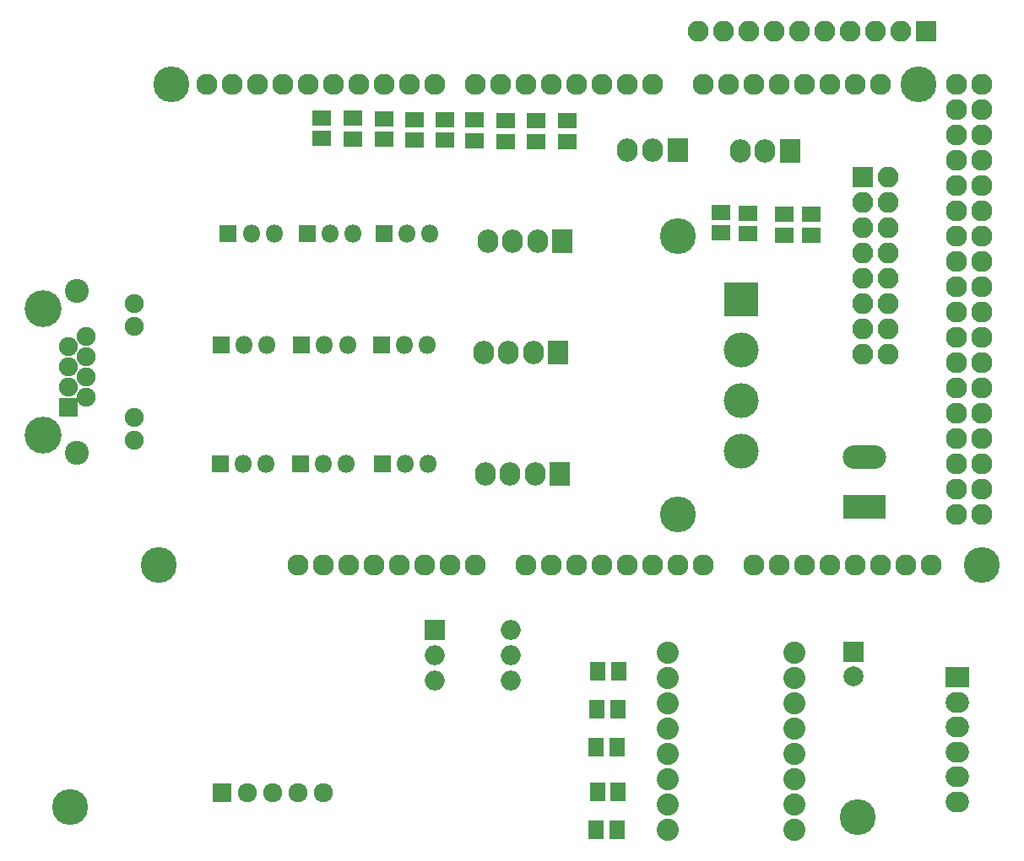
<source format=gts>
G04 #@! TF.GenerationSoftware,KiCad,Pcbnew,(5.0.0-rc2-dev-352-g017154715)*
G04 #@! TF.CreationDate,2018-06-03T23:58:02-04:00*
G04 #@! TF.ProjectId,DayClock Circuit,446179436C6F636B2043697263756974,rev?*
G04 #@! TF.SameCoordinates,Original*
G04 #@! TF.FileFunction,Soldermask,Top*
G04 #@! TF.FilePolarity,Negative*
%FSLAX46Y46*%
G04 Gerber Fmt 4.6, Leading zero omitted, Abs format (unit mm)*
G04 Created by KiCad (PCBNEW (5.0.0-rc2-dev-352-g017154715)) date 06/03/18 23:58:02*
%MOMM*%
%LPD*%
G01*
G04 APERTURE LIST*
%ADD10O,2.127200X2.127200*%
%ADD11C,3.600000*%
%ADD12C,2.400000*%
%ADD13C,1.900000*%
%ADD14R,1.900000X1.900000*%
%ADD15C,3.700000*%
%ADD16R,1.900000X1.545000*%
%ADD17R,2.100000X2.350000*%
%ADD18O,2.100000X2.350000*%
%ADD19C,2.000000*%
%ADD20R,2.000000X2.000000*%
%ADD21R,3.500000X3.500000*%
%ADD22C,3.500000*%
%ADD23O,2.100000X2.100000*%
%ADD24R,2.100000X2.100000*%
%ADD25O,4.360000X2.380000*%
%ADD26R,4.360000X2.380000*%
%ADD27O,2.350000X2.100000*%
%ADD28R,2.350000X2.100000*%
%ADD29R,1.800000X1.800000*%
%ADD30O,1.800000X1.800000*%
%ADD31R,1.545000X1.900000*%
%ADD32O,2.000000X2.000000*%
%ADD33C,2.220000*%
%ADD34C,1.924000*%
%ADD35R,1.924000X1.924000*%
G04 APERTURE END LIST*
D10*
X111504000Y-65680000D03*
X108964000Y-65680000D03*
X111504000Y-63140000D03*
X108964000Y-63140000D03*
X111504000Y-60600000D03*
X108964000Y-60600000D03*
X111504000Y-58060000D03*
X108964000Y-58060000D03*
X111504000Y-55520000D03*
X108964000Y-55520000D03*
X111504000Y-52980000D03*
X108964000Y-52980000D03*
X111504000Y-50440000D03*
X108964000Y-50440000D03*
X111504000Y-47900000D03*
X108964000Y-47900000D03*
X111504000Y-45360000D03*
X108964000Y-45360000D03*
X111504000Y-42820000D03*
X108964000Y-42820000D03*
X111504000Y-40280000D03*
X108964000Y-40280000D03*
X111504000Y-37740000D03*
X108964000Y-37740000D03*
X111504000Y-35200000D03*
X108964000Y-35200000D03*
X111504000Y-32660000D03*
X108964000Y-32660000D03*
X111504000Y-30120000D03*
X108964000Y-30120000D03*
X111504000Y-27580000D03*
X108964000Y-27580000D03*
X111504000Y-25040000D03*
X108964000Y-25040000D03*
X111504000Y-22500000D03*
X108964000Y-22500000D03*
X106424000Y-70760000D03*
X103884000Y-70760000D03*
X101344000Y-70760000D03*
X98804000Y-70760000D03*
X96264000Y-70760000D03*
X93724000Y-70760000D03*
X91184000Y-70760000D03*
X88644000Y-70760000D03*
X83564000Y-70760000D03*
X81024000Y-70760000D03*
X78484000Y-70760000D03*
X75944000Y-70760000D03*
X73404000Y-70760000D03*
X70864000Y-70760000D03*
X68324000Y-70760000D03*
X42924000Y-70760000D03*
X49020000Y-22500000D03*
X46480000Y-22500000D03*
X43940000Y-22500000D03*
X38860000Y-22500000D03*
X36320000Y-22500000D03*
X33780000Y-22500000D03*
D11*
X28954000Y-70760000D03*
X111504000Y-70760000D03*
X30224000Y-22500000D03*
X105154000Y-22500000D03*
X81024000Y-37740000D03*
X81024000Y-65680000D03*
D10*
X51560000Y-22500000D03*
X54100000Y-22500000D03*
X56640000Y-22500000D03*
X41400000Y-22500000D03*
X60704000Y-22500000D03*
X63244000Y-22500000D03*
X65784000Y-22500000D03*
X68324000Y-22500000D03*
X70864000Y-22500000D03*
X73404000Y-22500000D03*
X75944000Y-22500000D03*
X78484000Y-22500000D03*
X83564000Y-22500000D03*
X86104000Y-22500000D03*
X88644000Y-22500000D03*
X91184000Y-22500000D03*
X93724000Y-22500000D03*
X96264000Y-22500000D03*
X98804000Y-22500000D03*
X101344000Y-22500000D03*
X45464000Y-70760000D03*
X48004000Y-70760000D03*
X50544000Y-70760000D03*
X53084000Y-70760000D03*
X55624000Y-70760000D03*
X58164000Y-70760000D03*
X60704000Y-70760000D03*
X65784000Y-70760000D03*
D12*
X20730000Y-43230000D03*
D13*
X26440000Y-58210000D03*
X26440000Y-55930000D03*
X26440000Y-46780000D03*
X26440000Y-44500000D03*
X21620000Y-47800000D03*
X21620000Y-49830000D03*
X21620000Y-51860000D03*
X21620000Y-53890000D03*
X19840000Y-50850000D03*
X19840000Y-52880000D03*
X19840000Y-48810000D03*
D14*
X19840000Y-54910000D03*
D15*
X17300000Y-57700000D03*
X17300000Y-45000000D03*
D12*
X20730000Y-59480000D03*
D16*
X45300000Y-25815000D03*
X45300000Y-27900000D03*
X48400000Y-25857500D03*
X48400000Y-27942500D03*
X57600000Y-26000000D03*
X57600000Y-28085000D03*
X60600000Y-28100000D03*
X60600000Y-26015000D03*
D17*
X92250000Y-29150000D03*
D18*
X89750000Y-29150000D03*
X87250000Y-29150000D03*
D19*
X98600000Y-81900000D03*
D20*
X98600000Y-79400000D03*
D21*
X87300000Y-44020000D03*
D22*
X87300000Y-49100000D03*
X87300000Y-54180000D03*
X87300000Y-59260000D03*
D23*
X102040000Y-49580000D03*
X99500000Y-49580000D03*
X102040000Y-47040000D03*
X99500000Y-47040000D03*
X102040000Y-44500000D03*
X99500000Y-44500000D03*
X102040000Y-41960000D03*
X99500000Y-41960000D03*
X102040000Y-39420000D03*
X99500000Y-39420000D03*
X102040000Y-36880000D03*
X99500000Y-36880000D03*
X102040000Y-34340000D03*
X99500000Y-34340000D03*
X102040000Y-31800000D03*
D24*
X99500000Y-31800000D03*
D25*
X99700000Y-59900000D03*
D26*
X99700000Y-64900000D03*
D18*
X75950000Y-29050000D03*
X78450000Y-29050000D03*
D17*
X80950000Y-29050000D03*
D27*
X109000000Y-94500000D03*
X109000000Y-92000000D03*
X109000000Y-89500000D03*
X109000000Y-87000000D03*
X109000000Y-84500000D03*
D28*
X109000000Y-82000000D03*
D18*
X61900000Y-38250000D03*
X64400000Y-38250000D03*
X66900000Y-38250000D03*
D17*
X69400000Y-38250000D03*
X69000000Y-49400000D03*
D18*
X66500000Y-49400000D03*
X64000000Y-49400000D03*
X61500000Y-49400000D03*
X61650000Y-61600000D03*
X64150000Y-61600000D03*
X66650000Y-61600000D03*
D17*
X69150000Y-61600000D03*
D29*
X35900000Y-37450000D03*
D30*
X38200000Y-37450000D03*
X40500000Y-37450000D03*
X48400000Y-37450000D03*
X46100000Y-37450000D03*
D29*
X43800000Y-37450000D03*
D30*
X56100000Y-37450000D03*
X53800000Y-37450000D03*
D29*
X51500000Y-37450000D03*
X35200000Y-48600000D03*
D30*
X37500000Y-48600000D03*
X39800000Y-48600000D03*
X47850000Y-48600000D03*
X45550000Y-48600000D03*
D29*
X43250000Y-48600000D03*
X51250000Y-48600000D03*
D30*
X53550000Y-48600000D03*
X55850000Y-48600000D03*
X39700000Y-60550000D03*
X37400000Y-60550000D03*
D29*
X35100000Y-60550000D03*
X43150000Y-60550000D03*
D30*
X45450000Y-60550000D03*
X47750000Y-60550000D03*
X55950000Y-60550000D03*
X53650000Y-60550000D03*
D29*
X51350000Y-60550000D03*
D16*
X63700000Y-26100000D03*
X63700000Y-28185000D03*
X66800000Y-28200000D03*
X66800000Y-26115000D03*
X69900000Y-28200000D03*
X69900000Y-26115000D03*
X54600000Y-26000000D03*
X54600000Y-28085000D03*
X91700000Y-35500000D03*
X91700000Y-37585000D03*
X94350000Y-35500000D03*
X94350000Y-37585000D03*
X85300000Y-35300000D03*
X85300000Y-37385000D03*
X88000000Y-35400000D03*
X88000000Y-37485000D03*
D31*
X75000000Y-93500000D03*
X72915000Y-93500000D03*
X74900000Y-97300000D03*
X72815000Y-97300000D03*
X72957500Y-81400000D03*
X75042500Y-81400000D03*
X72857500Y-85200000D03*
X74942500Y-85200000D03*
X72815000Y-89000000D03*
X74900000Y-89000000D03*
D32*
X64220000Y-77200000D03*
X56600000Y-82280000D03*
X64220000Y-79740000D03*
X56600000Y-79740000D03*
X64220000Y-82280000D03*
D20*
X56600000Y-77200000D03*
D33*
X92680000Y-79490000D03*
X92680000Y-82030000D03*
X92680000Y-84570000D03*
X92680000Y-87110000D03*
X92680000Y-89650000D03*
X92680000Y-92190000D03*
X92680000Y-94730000D03*
X92680000Y-97270000D03*
X79980000Y-97270000D03*
X79980000Y-94730000D03*
X79980000Y-92190000D03*
X79980000Y-89650000D03*
X79980000Y-87110000D03*
X79980000Y-84570000D03*
X79980000Y-82030000D03*
X79980000Y-79490000D03*
D16*
X51500000Y-25900000D03*
X51500000Y-27985000D03*
D34*
X45464000Y-93620000D03*
X42924000Y-93620000D03*
X40384000Y-93620000D03*
X37844000Y-93620000D03*
D35*
X35304000Y-93620000D03*
D24*
X105860000Y-17100000D03*
D23*
X103320000Y-17100000D03*
X100780000Y-17100000D03*
X98240000Y-17100000D03*
X95700000Y-17100000D03*
X93160000Y-17100000D03*
X90620000Y-17100000D03*
X88080000Y-17100000D03*
X85540000Y-17100000D03*
X83000000Y-17100000D03*
D11*
X20000000Y-95000000D03*
X99000000Y-96000000D03*
M02*

</source>
